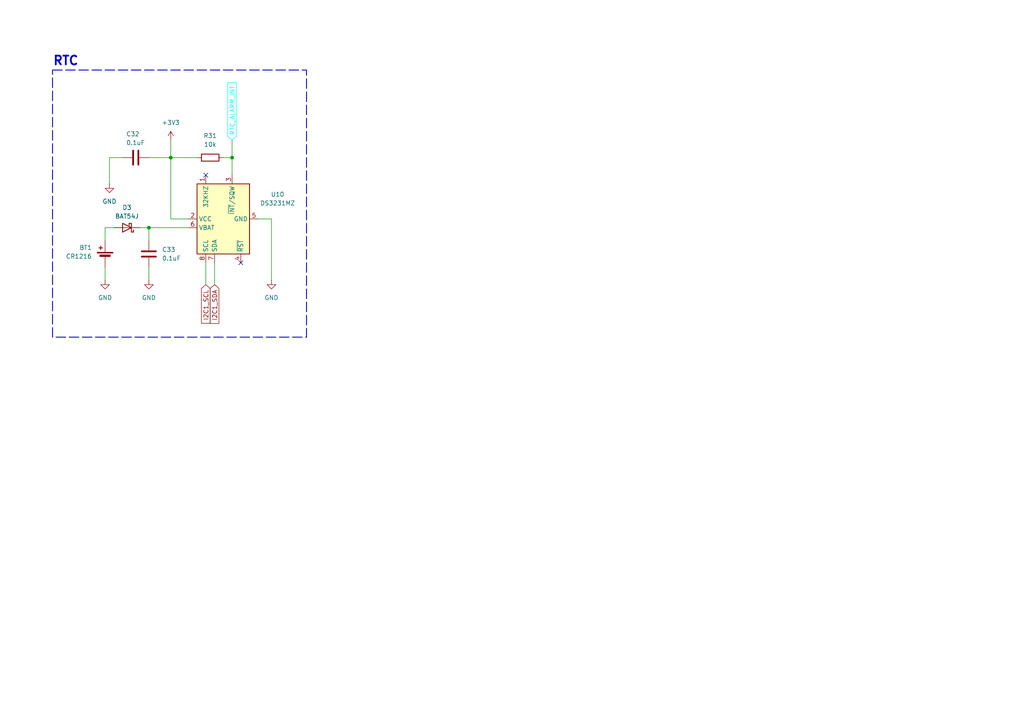
<source format=kicad_sch>
(kicad_sch (version 20250114) (generator "eeschema") (generator_version "9.0")
  (paper "A4")
  (title_block (title "HRVSTR") (date "2025-07-13") (rev "V1.0") (company "Smuggr"))
  (lib_symbols
    (symbol "Device:Battery_Cell" (pin_numbers (hide yes)) (pin_names (offset 0) (hide yes))
      (property "Reference" "BT" (at 2.54 2.54 0))
      (property "Value" "Battery_Cell" (at 2.54 0 0))
      (symbol "Battery_Cell_0_1"
        (rectangle (start -2.286 1.778) (end 2.286 1.524) (fill (type outline)))
        (rectangle (start -1.524 1.016) (end 1.524 0.508) (fill (type outline)))
        (polyline (pts (xy 0 1.778) (xy 0 2.54)))
        (polyline (pts (xy 0 0.762) (xy 0 0)))
        (polyline (pts (xy 0.762 3.048) (xy 1.778 3.048)) (stroke (width 0.254)))
        (polyline (pts (xy 1.27 3.556) (xy 1.27 2.54)) (stroke (width 0.254)))
      )
      (symbol "Battery_Cell_1_1"
        (pin passive line (at 0 5.08 270) (length 2.54) (name "+") (number "1"))
        (pin passive line (at 0 -2.54 90) (length 2.54) (name "-") (number "2"))
      )
    )
    (symbol "Device:C" (pin_numbers (hide yes)) (pin_names (offset 0.254))
      (property "Reference" "C" (at 0.635 2.54 0))
      (property "Value" "C" (at 0.635 -2.54 0))
      (symbol "C_0_1"
        (polyline (pts (xy -2.032 0.762) (xy 2.032 0.762)) (stroke (width 0.508)))
        (polyline (pts (xy -2.032 -0.762) (xy 2.032 -0.762)) (stroke (width 0.508)))
      )
      (symbol "C_1_1"
        (pin passive line (at 0 3.81 270) (length 2.794) (name "~") (number "1"))
        (pin passive line (at 0 -3.81 90) (length 2.794) (name "~") (number "2"))
      )
    )
    (symbol "Device:R" (pin_numbers (hide yes)) (pin_names (offset 0))
      (property "Reference" "R" (at 2.032 0 90))
      (property "Value" "R" (at 0 0 90))
      (symbol "R_0_1"
        (rectangle (start -1.016 -2.54) (end 1.016 2.54) (stroke (width 0.254)))
      )
      (symbol "R_1_1"
        (pin passive line (at 0 3.81 270) (length 1.27) (name "~") (number "1"))
        (pin passive line (at 0 -3.81 90) (length 1.27) (name "~") (number "2"))
      )
    )
    (symbol "Diode:BAT54J" (pin_numbers (hide yes)) (pin_names (offset 1.016) (hide yes))
      (property "Reference" "D" (at 0 2.54 0))
      (property "Value" "BAT54J" (at 0 -2.54 0))
      (symbol "BAT54J_0_1"
        (polyline (pts (xy -1.905 0.635) (xy -1.905 1.27) (xy -1.27 1.27) (xy -1.27 -1.27) (xy -0.635 -1.27) (xy -0.635 -0.635)) (stroke (width 0.254)))
        (polyline (pts (xy 1.27 1.27) (xy 1.27 -1.27) (xy -1.27 0) (xy 1.27 1.27)) (stroke (width 0.254)))
        (polyline (pts (xy 1.27 0) (xy -1.27 0)))
      )
      (symbol "BAT54J_1_1"
        (pin passive line (at -3.81 0 0) (length 2.54) (name "K") (number "1"))
        (pin passive line (at 3.81 0 180) (length 2.54) (name "A") (number "2"))
      )
    )
    (symbol "Timer_RTC:DS3231MZ"
      (property "Reference" "U" (at -7.62 8.89 0))
      (property "Value" "DS3231MZ" (at 11.43 8.89 0))
      (symbol "DS3231MZ_0_1"
        (rectangle (start -10.16 7.62) (end 10.16 -7.62) (stroke (width 0.254)) (fill (type background)))
      )
      (symbol "DS3231MZ_1_1"
        (pin input line (at -12.7 5.08 0) (length 2.54) (name "SCL") (number "8"))
        (pin bidirectional line (at -12.7 2.54 0) (length 2.54) (name "SDA") (number "7"))
        (pin bidirectional line (at -12.7 -5.08 0) (length 2.54) (name "~{RST}") (number "4"))
        (pin power_in line (at -2.54 10.16 270) (length 2.54) (name "VBAT") (number "6"))
        (pin power_in line (at 0 10.16 270) (length 2.54) (name "VCC") (number "2"))
        (pin power_in line (at 0 -10.16 90) (length 2.54) (name "GND") (number "5"))
        (pin open_collector line (at 12.7 5.08 180) (length 2.54) (name "32KHZ") (number "1"))
        (pin open_collector line (at 12.7 -2.54 180) (length 2.54) (name "~{INT}/SQW") (number "3"))
      )
    )
    (symbol "power:+3V3" (power) (pin_numbers (hide yes)) (pin_names (offset 0) (hide yes))
      (property "Value" "+3V3" (at 0 3.556 0))
      (symbol "+3V3_0_1"
        (polyline (pts (xy -0.762 1.27) (xy 0 2.54)))
        (polyline (pts (xy 0 2.54) (xy 0.762 1.27)))
        (polyline (pts (xy 0 0) (xy 0 2.54)))
      )
      (symbol "+3V3_1_1"
        (pin power_in line (at 0 0 90) (length 0) (name "~") (number "1"))
      )
    )
    (symbol "power:GND" (power) (pin_numbers (hide yes)) (pin_names (offset 0) (hide yes))
      (property "Value" "GND" (at 0 -3.81 0))
      (symbol "GND_0_1"
        (polyline (pts (xy 0 0) (xy 0 -1.27) (xy 1.27 -1.27) (xy 0 -2.54) (xy -1.27 -1.27) (xy 0 -1.27)))
      )
      (symbol "GND_1_1"
        (pin power_in line (at 0 0 270) (length 0) (name "~") (number "1"))
      )
    )
  )
  (rectangle (start 15.24 20.32) (end 88.9 97.79) (stroke (width 0.254) (type dash)))
  (text "RTC" (at 15.24 17.78 0) (effects (font (size 2.54 2.54) (thickness 0.508) (bold yes)) (justify left)))
  (junction (at 43.18 66.04))
  (junction (at 67.31 45.72))
  (junction (at 49.53 45.72))
  (no_connect (at 69.85 76.2))
  (no_connect (at 59.69 50.8))
  (wire (pts (xy 49.53 45.72) (xy 49.53 63.5)))
  (wire (pts (xy 59.69 76.2) (xy 59.69 82.55)))
  (wire (pts (xy 30.48 66.04) (xy 30.48 69.85)))
  (wire (pts (xy 67.31 40.64) (xy 67.31 45.72)))
  (wire (pts (xy 67.31 45.72) (xy 67.31 50.8)))
  (wire (pts (xy 78.74 63.5) (xy 74.93 63.5)))
  (wire (pts (xy 33.02 66.04) (xy 30.48 66.04)))
  (wire (pts (xy 31.75 53.34) (xy 31.75 45.72)))
  (wire (pts (xy 30.48 77.47) (xy 30.48 81.28)))
  (wire (pts (xy 43.18 66.04) (xy 54.61 66.04)))
  (wire (pts (xy 43.18 66.04) (xy 43.18 69.85)))
  (wire (pts (xy 49.53 45.72) (xy 57.15 45.72)))
  (wire (pts (xy 40.64 66.04) (xy 43.18 66.04)))
  (wire (pts (xy 49.53 63.5) (xy 54.61 63.5)))
  (wire (pts (xy 78.74 81.28) (xy 78.74 63.5)))
  (wire (pts (xy 49.53 40.64) (xy 49.53 45.72)))
  (wire (pts (xy 62.23 76.2) (xy 62.23 82.55)))
  (wire (pts (xy 43.18 77.47) (xy 43.18 81.28)))
  (wire (pts (xy 64.77 45.72) (xy 67.31 45.72)))
  (wire (pts (xy 31.75 45.72) (xy 35.56 45.72)))
  (wire (pts (xy 43.18 45.72) (xy 49.53 45.72)))
  (global_label "I2C1_SDA" (shape input) (at 62.23 82.55 270) (property "Intersheetrefs" "${INTERSHEET_REFS}" (effects (hide yes))))
  (global_label "RTC_ALARM_INT" (shape input) (at 67.31 40.64 90) (property "Intersheetrefs" "${INTERSHEET_REFS}" (effects (hide yes))))
  (global_label "I2C1_SCL" (shape input) (at 59.69 82.55 270) (property "Intersheetrefs" "${INTERSHEET_REFS}" (effects (hide yes))))
  (symbol (lib_id "Device:Battery_Cell") (at 30.48 74.93 0) (mirror y) (unit 1)
    (property "Reference" "BT1" (at 26.67 71.8184 0) (effects (justify left)))
    (property "Value" "CR1216" (at 26.67 74.3584 0) (effects (justify left)))
    (property "Description" "Single-cell battery" (effects (hide yes)))
  )
  (symbol (lib_id "power:GND") (at 30.48 81.28 0) (mirror y) (unit 1)
    (property "Reference" "#PWR051" (effects (hide yes)))
    (property "Value" "GND" (at 30.48 86.36 0))
    (property "Description" "Power symbol creates a global label with name \"GND\" , ground" (effects (hide yes)))
  )
  (symbol (lib_id "power:GND") (at 31.75 53.34 0) (unit 1)
    (property "Reference" "#PWR052" (effects (hide yes)))
    (property "Value" "GND" (at 31.75 58.42 0))
    (property "Description" "Power symbol creates a global label with name \"GND\" , ground" (effects (hide yes)))
  )
  (symbol (lib_id "Diode:BAT54J") (at 36.83 66.04 180) (unit 1)
    (property "Reference" "D3" (at 36.83 60.198 0))
    (property "Value" "BAT54J" (at 36.83 62.738 0))
    (property "Footprint" "Diode_SMD:D_SOD-323F" (effects (hide yes)))
    (property "Datasheet" "https://assets.nexperia.com/documents/data-sheet/BAT54J.pdf" (effects (hide yes)))
    (property "Description" "30V 200mA Schottky diode, SOD-323F" (effects (hide yes)))
  )
  (symbol (lib_id "power:GND") (at 78.74 81.28 0) (unit 1)
    (property "Reference" "#PWR055" (effects (hide yes)))
    (property "Value" "GND" (at 78.74 86.36 0))
    (property "Description" "Power symbol creates a global label with name \"GND\" , ground" (effects (hide yes)))
  )
  (symbol (lib_id "Timer_RTC:DS3231MZ") (at 64.77 63.5 90) (unit 1)
    (property "Reference" "U10" (at 80.518 56.388 90))
    (property "Value" "DS3231MZ" (at 80.518 58.928 90))
    (property "Footprint" "Package_SO:SOIC-8_3.9x4.9mm_P1.27mm" (effects (hide yes)))
    (property "Datasheet" "http://datasheets.maximintegrated.com/en/ds/DS3231M.pdf" (effects (hide yes)))
    (property "Description" "RTC" (effects (hide yes)))
  )
  (symbol (lib_id "power:GND") (at 43.18 81.28 0) (unit 1)
    (property "Reference" "#PWR053" (effects (hide yes)))
    (property "Value" "GND" (at 43.18 86.36 0))
    (property "Description" "Power symbol creates a global label with name \"GND\" , ground" (effects (hide yes)))
  )
  (symbol (lib_id "Device:C") (at 39.37 45.72 270) (mirror x) (unit 1)
    (property "Reference" "C32" (at 36.576 38.862 90) (effects (justify left)))
    (property "Value" "0.1uF" (at 36.576 41.402 90) (effects (justify left)))
    (property "Description" "Unpolarized capacitor" (effects (hide yes)))
  )
  (symbol (lib_id "Device:C") (at 43.18 73.66 0) (unit 1)
    (property "Reference" "C33" (at 46.99 72.3899 0) (effects (justify left)))
    (property "Value" "0.1uF" (at 46.99 74.9299 0) (effects (justify left)))
    (property "Description" "Unpolarized capacitor" (effects (hide yes)))
  )
  (symbol (lib_id "power:+3V3") (at 49.53 40.64 0) (unit 1)
    (property "Reference" "#PWR054" (effects (hide yes)))
    (property "Value" "+3V3" (at 49.53 35.56 0))
    (property "Description" "Power symbol creates a global label with name \"+3V3\"" (effects (hide yes)))
  )
  (symbol (lib_id "Device:R") (at 60.96 45.72 90) (unit 1)
    (property "Reference" "R31" (at 60.96 39.37 90))
    (property "Value" "10k" (at 60.96 41.91 90))
    (property "Description" "Resistor" (effects (hide yes)))
  )
)
</source>
